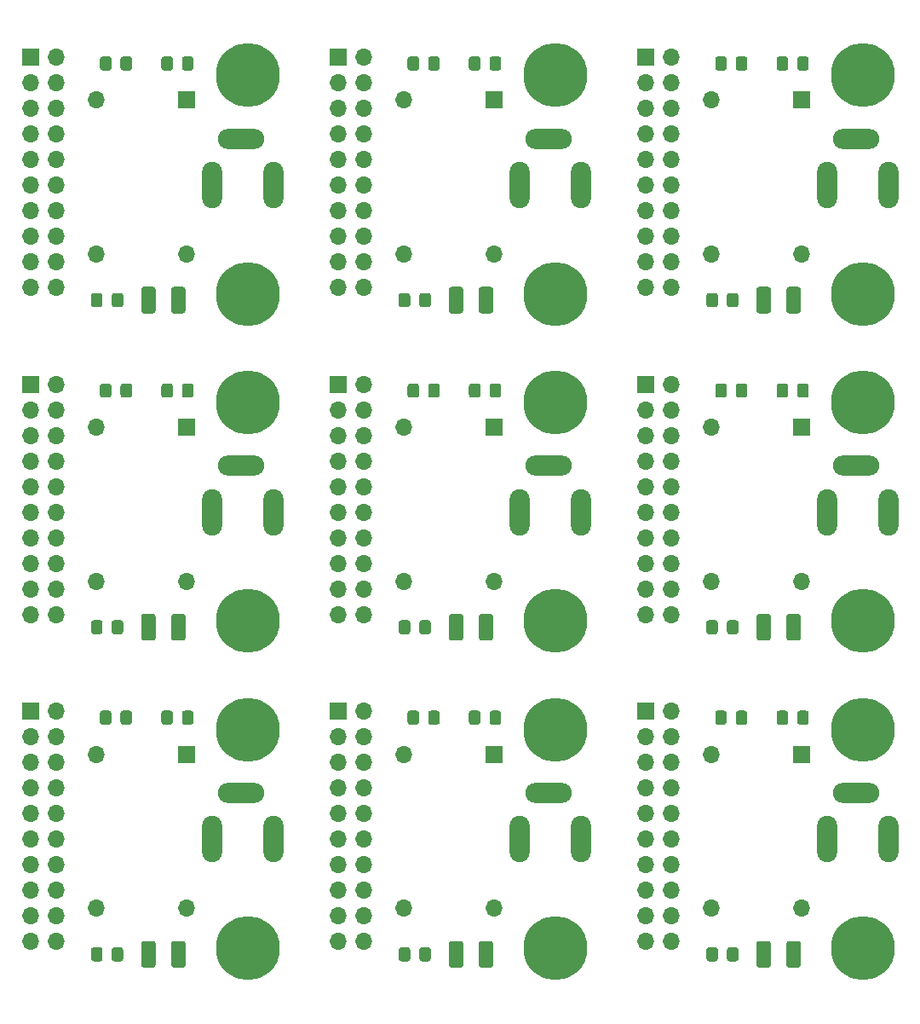
<source format=gts>
%MOIN*%
%OFA0B0*%
%FSLAX46Y46*%
%IPPOS*%
%LPD*%
%ADD10C,0.25*%
%ADD11O,0.07874015748031496X0.18110236220472439*%
%ADD12O,0.18110236220472439X0.07874015748031496*%
%ADD13R,0.066929133858267723X0.066929133858267723*%
%ADD14O,0.066929133858267723X0.066929133858267723*%
%ADD25C,0.25*%
%ADD26O,0.07874015748031496X0.18110236220472439*%
%ADD27O,0.18110236220472439X0.07874015748031496*%
%ADD28R,0.066929133858267723X0.066929133858267723*%
%ADD29O,0.066929133858267723X0.066929133858267723*%
%ADD30C,0.25*%
%ADD31O,0.07874015748031496X0.18110236220472439*%
%ADD32O,0.18110236220472439X0.07874015748031496*%
%ADD33R,0.066929133858267723X0.066929133858267723*%
%ADD34O,0.066929133858267723X0.066929133858267723*%
%ADD35C,0.25*%
%ADD36O,0.07874015748031496X0.18110236220472439*%
%ADD37O,0.18110236220472439X0.07874015748031496*%
%ADD38R,0.066929133858267723X0.066929133858267723*%
%ADD39O,0.066929133858267723X0.066929133858267723*%
%ADD40C,0.25*%
%ADD41O,0.07874015748031496X0.18110236220472439*%
%ADD42O,0.18110236220472439X0.07874015748031496*%
%ADD43R,0.066929133858267723X0.066929133858267723*%
%ADD44O,0.066929133858267723X0.066929133858267723*%
%ADD45C,0.25*%
%ADD46O,0.07874015748031496X0.18110236220472439*%
%ADD47O,0.18110236220472439X0.07874015748031496*%
%ADD48R,0.066929133858267723X0.066929133858267723*%
%ADD49O,0.066929133858267723X0.066929133858267723*%
%ADD50C,0.25*%
%ADD51O,0.07874015748031496X0.18110236220472439*%
%ADD52O,0.18110236220472439X0.07874015748031496*%
%ADD53R,0.066929133858267723X0.066929133858267723*%
%ADD54O,0.066929133858267723X0.066929133858267723*%
%ADD55C,0.25*%
%ADD56O,0.07874015748031496X0.18110236220472439*%
%ADD57O,0.18110236220472439X0.07874015748031496*%
%ADD58R,0.066929133858267723X0.066929133858267723*%
%ADD59O,0.066929133858267723X0.066929133858267723*%
%ADD60C,0.25*%
%ADD61O,0.07874015748031496X0.18110236220472439*%
%ADD62O,0.18110236220472439X0.07874015748031496*%
%ADD63R,0.066929133858267723X0.066929133858267723*%
%ADD64O,0.066929133858267723X0.066929133858267723*%
G01*
D10*
X-0003400000Y0001200000D02*
X0000949999Y0000175000D03*
X0000949999Y0001028818D03*
G36*
G01*
X0000692716Y0001057283D02*
X0000692716Y0001092716D01*
G75*
G02*
X0000702559Y0001102559I0000009842D01*
G01*
X0000728149Y0001102559D01*
G75*
G02*
X0000737992Y0001092716J-0000009842D01*
G01*
X0000737992Y0001057283D01*
G75*
G02*
X0000728149Y0001047440I-0000009842D01*
G01*
X0000702559Y0001047440D01*
G75*
G02*
X0000692716Y0001057283J0000009842D01*
G01*
G37*
G36*
G01*
X0000612007Y0001057283D02*
X0000612007Y0001092716D01*
G75*
G02*
X0000621850Y0001102559I0000009842D01*
G01*
X0000647440Y0001102559D01*
G75*
G02*
X0000657283Y0001092716J-0000009842D01*
G01*
X0000657283Y0001057283D01*
G75*
G02*
X0000647440Y0001047440I-0000009842D01*
G01*
X0000621850Y0001047440D01*
G75*
G02*
X0000612007Y0001057283J0000009842D01*
G01*
G37*
G36*
G01*
X0000417716Y0000132283D02*
X0000417716Y0000167716D01*
G75*
G02*
X0000427559Y0000177559I0000009842D01*
G01*
X0000453149Y0000177559D01*
G75*
G02*
X0000462992Y0000167716J-0000009842D01*
G01*
X0000462992Y0000132283D01*
G75*
G02*
X0000453149Y0000122440I-0000009842D01*
G01*
X0000427559Y0000122440D01*
G75*
G02*
X0000417716Y0000132283J0000009842D01*
G01*
G37*
G36*
G01*
X0000337007Y0000132283D02*
X0000337007Y0000167716D01*
G75*
G02*
X0000346850Y0000177559I0000009842D01*
G01*
X0000372440Y0000177559D01*
G75*
G02*
X0000382283Y0000167716J-0000009842D01*
G01*
X0000382283Y0000132283D01*
G75*
G02*
X0000372440Y0000122440I-0000009842D01*
G01*
X0000346850Y0000122440D01*
G75*
G02*
X0000337007Y0000132283J0000009842D01*
G01*
G37*
G36*
G01*
X0000533385Y0000107677D02*
X0000533385Y0000192322D01*
G75*
G02*
X0000543228Y0000202165I0000009842D01*
G01*
X0000579645Y0000202165D01*
G75*
G02*
X0000589488Y0000192322J-0000009842D01*
G01*
X0000589488Y0000107677D01*
G75*
G02*
X0000579645Y0000097834I-0000009842D01*
G01*
X0000543228Y0000097834D01*
G75*
G02*
X0000533385Y0000107677J0000009842D01*
G01*
G37*
G36*
G01*
X0000650511Y0000107677D02*
X0000650511Y0000192322D01*
G75*
G02*
X0000660354Y0000202165I0000009842D01*
G01*
X0000696771Y0000202165D01*
G75*
G02*
X0000706614Y0000192322J-0000009842D01*
G01*
X0000706614Y0000107677D01*
G75*
G02*
X0000696771Y0000097834I-0000009842D01*
G01*
X0000660354Y0000097834D01*
G75*
G02*
X0000650511Y0000107677J0000009842D01*
G01*
G37*
G36*
G01*
X0000371653Y0001057283D02*
X0000371653Y0001092716D01*
G75*
G02*
X0000381496Y0001102559I0000009842D01*
G01*
X0000407086Y0001102559D01*
G75*
G02*
X0000416929Y0001092716J-0000009842D01*
G01*
X0000416929Y0001057283D01*
G75*
G02*
X0000407086Y0001047440I-0000009842D01*
G01*
X0000381496Y0001047440D01*
G75*
G02*
X0000371653Y0001057283J0000009842D01*
G01*
G37*
G36*
G01*
X0000452362Y0001057283D02*
X0000452362Y0001092716D01*
G75*
G02*
X0000462204Y0001102559I0000009842D01*
G01*
X0000487795Y0001102559D01*
G75*
G02*
X0000497637Y0001092716J-0000009842D01*
G01*
X0000497637Y0001057283D01*
G75*
G02*
X0000487795Y0001047440I-0000009842D01*
G01*
X0000462204Y0001047440D01*
G75*
G02*
X0000452362Y0001057283J0000009842D01*
G01*
G37*
D11*
X0001050000Y0000600000D03*
X0000809842Y0000600000D03*
D12*
X0000924015Y0000781102D03*
D13*
X0000710629Y0000931692D03*
D14*
X0000710629Y0000329330D03*
X0000356299Y0000931692D03*
X0000356299Y0000329330D03*
D13*
X0000100000Y0001100000D03*
D14*
X0000199999Y0001100000D03*
X0000100000Y0001000000D03*
X0000199999Y0001000000D03*
X0000100000Y0000900000D03*
X0000199999Y0000900000D03*
X0000100000Y0000800000D03*
X0000199999Y0000800000D03*
X0000100000Y0000700000D03*
X0000199999Y0000700000D03*
X0000100000Y0000600000D03*
X0000199999Y0000600000D03*
X0000100000Y0000500000D03*
X0000199999Y0000500000D03*
X0000100000Y0000400000D03*
X0000199999Y0000400000D03*
X0000100000Y0000300000D03*
X0000199999Y0000300000D03*
X0000100000Y0000200000D03*
X0000199999Y0000200000D03*
G04 next file*
G04 #@! TF.GenerationSoftware,KiCad,Pcbnew,(5.1.10)-1*
G04 #@! TF.CreationDate,2021-09-23T17:15:10-04:00*
G04 #@! TF.ProjectId,MINI360,4d494e49-3336-4302-9e6b-696361645f70,X1*
G04 #@! TF.SameCoordinates,Original*
G04 #@! TF.FileFunction,Soldermask,Top*
G04 #@! TF.FilePolarity,Negative*
G04 Gerber Fmt 4.6, Leading zero omitted, Abs format (unit mm)*
G04 Created by KiCad (PCBNEW (5.1.10)-1) date 2021-09-23 17:15:10*
G01*
G04 APERTURE LIST*
G04 APERTURE END LIST*
D25*
X-0003400000Y0002478740D02*
X0000949999Y0001453740D03*
X0000949999Y0002307559D03*
G36*
G01*
X0000692716Y0002336023D02*
X0000692716Y0002371456D01*
G75*
G02*
X0000702559Y0002381299I0000009842D01*
G01*
X0000728149Y0002381299D01*
G75*
G02*
X0000737992Y0002371456J-0000009842D01*
G01*
X0000737992Y0002336023D01*
G75*
G02*
X0000728149Y0002326181I-0000009842D01*
G01*
X0000702559Y0002326181D01*
G75*
G02*
X0000692716Y0002336023J0000009842D01*
G01*
G37*
G36*
G01*
X0000612007Y0002336023D02*
X0000612007Y0002371456D01*
G75*
G02*
X0000621850Y0002381299I0000009842D01*
G01*
X0000647440Y0002381299D01*
G75*
G02*
X0000657283Y0002371456J-0000009842D01*
G01*
X0000657283Y0002336023D01*
G75*
G02*
X0000647440Y0002326181I-0000009842D01*
G01*
X0000621850Y0002326181D01*
G75*
G02*
X0000612007Y0002336023J0000009842D01*
G01*
G37*
G36*
G01*
X0000417716Y0001411023D02*
X0000417716Y0001446456D01*
G75*
G02*
X0000427559Y0001456299I0000009842D01*
G01*
X0000453149Y0001456299D01*
G75*
G02*
X0000462992Y0001446456J-0000009842D01*
G01*
X0000462992Y0001411023D01*
G75*
G02*
X0000453149Y0001401181I-0000009842D01*
G01*
X0000427559Y0001401181D01*
G75*
G02*
X0000417716Y0001411023J0000009842D01*
G01*
G37*
G36*
G01*
X0000337007Y0001411023D02*
X0000337007Y0001446456D01*
G75*
G02*
X0000346850Y0001456299I0000009842D01*
G01*
X0000372440Y0001456299D01*
G75*
G02*
X0000382283Y0001446456J-0000009842D01*
G01*
X0000382283Y0001411023D01*
G75*
G02*
X0000372440Y0001401181I-0000009842D01*
G01*
X0000346850Y0001401181D01*
G75*
G02*
X0000337007Y0001411023J0000009842D01*
G01*
G37*
G36*
G01*
X0000533385Y0001386417D02*
X0000533385Y0001471062D01*
G75*
G02*
X0000543228Y0001480905I0000009842D01*
G01*
X0000579645Y0001480905D01*
G75*
G02*
X0000589488Y0001471062J-0000009842D01*
G01*
X0000589488Y0001386417D01*
G75*
G02*
X0000579645Y0001376574I-0000009842D01*
G01*
X0000543228Y0001376574D01*
G75*
G02*
X0000533385Y0001386417J0000009842D01*
G01*
G37*
G36*
G01*
X0000650511Y0001386417D02*
X0000650511Y0001471062D01*
G75*
G02*
X0000660354Y0001480905I0000009842D01*
G01*
X0000696771Y0001480905D01*
G75*
G02*
X0000706614Y0001471062J-0000009842D01*
G01*
X0000706614Y0001386417D01*
G75*
G02*
X0000696771Y0001376574I-0000009842D01*
G01*
X0000660354Y0001376574D01*
G75*
G02*
X0000650511Y0001386417J0000009842D01*
G01*
G37*
G36*
G01*
X0000371653Y0002336023D02*
X0000371653Y0002371456D01*
G75*
G02*
X0000381496Y0002381299I0000009842D01*
G01*
X0000407086Y0002381299D01*
G75*
G02*
X0000416929Y0002371456J-0000009842D01*
G01*
X0000416929Y0002336023D01*
G75*
G02*
X0000407086Y0002326181I-0000009842D01*
G01*
X0000381496Y0002326181D01*
G75*
G02*
X0000371653Y0002336023J0000009842D01*
G01*
G37*
G36*
G01*
X0000452362Y0002336023D02*
X0000452362Y0002371456D01*
G75*
G02*
X0000462204Y0002381299I0000009842D01*
G01*
X0000487795Y0002381299D01*
G75*
G02*
X0000497637Y0002371456J-0000009842D01*
G01*
X0000497637Y0002336023D01*
G75*
G02*
X0000487795Y0002326181I-0000009842D01*
G01*
X0000462204Y0002326181D01*
G75*
G02*
X0000452362Y0002336023J0000009842D01*
G01*
G37*
D26*
X0001050000Y0001878740D03*
X0000809842Y0001878740D03*
D27*
X0000924015Y0002059842D03*
D28*
X0000710629Y0002210433D03*
D29*
X0000710629Y0001608070D03*
X0000356299Y0002210433D03*
X0000356299Y0001608070D03*
D28*
X0000100000Y0002378740D03*
D29*
X0000199999Y0002378740D03*
X0000100000Y0002278740D03*
X0000199999Y0002278740D03*
X0000100000Y0002178740D03*
X0000199999Y0002178740D03*
X0000100000Y0002078740D03*
X0000199999Y0002078740D03*
X0000100000Y0001978740D03*
X0000199999Y0001978740D03*
X0000100000Y0001878740D03*
X0000199999Y0001878740D03*
X0000100000Y0001778740D03*
X0000199999Y0001778740D03*
X0000100000Y0001678740D03*
X0000199999Y0001678740D03*
X0000100000Y0001578740D03*
X0000199999Y0001578740D03*
X0000100000Y0001478740D03*
X0000199999Y0001478740D03*
G04 next file*
G04 #@! TF.GenerationSoftware,KiCad,Pcbnew,(5.1.10)-1*
G04 #@! TF.CreationDate,2021-09-23T17:15:10-04:00*
G04 #@! TF.ProjectId,MINI360,4d494e49-3336-4302-9e6b-696361645f70,X1*
G04 #@! TF.SameCoordinates,Original*
G04 #@! TF.FileFunction,Soldermask,Top*
G04 #@! TF.FilePolarity,Negative*
G04 Gerber Fmt 4.6, Leading zero omitted, Abs format (unit mm)*
G04 Created by KiCad (PCBNEW (5.1.10)-1) date 2021-09-23 17:15:10*
G01*
G04 APERTURE LIST*
G04 APERTURE END LIST*
D30*
X-0003400000Y0003757480D02*
X0000949999Y0002732480D03*
X0000949999Y0003586299D03*
G36*
G01*
X0000692716Y0003614763D02*
X0000692716Y0003650196D01*
G75*
G02*
X0000702559Y0003660039I0000009842D01*
G01*
X0000728149Y0003660039D01*
G75*
G02*
X0000737992Y0003650196J-0000009842D01*
G01*
X0000737992Y0003614763D01*
G75*
G02*
X0000728149Y0003604921I-0000009842D01*
G01*
X0000702559Y0003604921D01*
G75*
G02*
X0000692716Y0003614763J0000009842D01*
G01*
G37*
G36*
G01*
X0000612007Y0003614763D02*
X0000612007Y0003650196D01*
G75*
G02*
X0000621850Y0003660039I0000009842D01*
G01*
X0000647440Y0003660039D01*
G75*
G02*
X0000657283Y0003650196J-0000009842D01*
G01*
X0000657283Y0003614763D01*
G75*
G02*
X0000647440Y0003604921I-0000009842D01*
G01*
X0000621850Y0003604921D01*
G75*
G02*
X0000612007Y0003614763J0000009842D01*
G01*
G37*
G36*
G01*
X0000417716Y0002689763D02*
X0000417716Y0002725196D01*
G75*
G02*
X0000427559Y0002735039I0000009842D01*
G01*
X0000453149Y0002735039D01*
G75*
G02*
X0000462992Y0002725196J-0000009842D01*
G01*
X0000462992Y0002689763D01*
G75*
G02*
X0000453149Y0002679921I-0000009842D01*
G01*
X0000427559Y0002679921D01*
G75*
G02*
X0000417716Y0002689763J0000009842D01*
G01*
G37*
G36*
G01*
X0000337007Y0002689763D02*
X0000337007Y0002725196D01*
G75*
G02*
X0000346850Y0002735039I0000009842D01*
G01*
X0000372440Y0002735039D01*
G75*
G02*
X0000382283Y0002725196J-0000009842D01*
G01*
X0000382283Y0002689763D01*
G75*
G02*
X0000372440Y0002679921I-0000009842D01*
G01*
X0000346850Y0002679921D01*
G75*
G02*
X0000337007Y0002689763J0000009842D01*
G01*
G37*
G36*
G01*
X0000533385Y0002665157D02*
X0000533385Y0002749803D01*
G75*
G02*
X0000543228Y0002759645I0000009842D01*
G01*
X0000579645Y0002759645D01*
G75*
G02*
X0000589488Y0002749803J-0000009842D01*
G01*
X0000589488Y0002665157D01*
G75*
G02*
X0000579645Y0002655314I-0000009842D01*
G01*
X0000543228Y0002655314D01*
G75*
G02*
X0000533385Y0002665157J0000009842D01*
G01*
G37*
G36*
G01*
X0000650511Y0002665157D02*
X0000650511Y0002749803D01*
G75*
G02*
X0000660354Y0002759645I0000009842D01*
G01*
X0000696771Y0002759645D01*
G75*
G02*
X0000706614Y0002749803J-0000009842D01*
G01*
X0000706614Y0002665157D01*
G75*
G02*
X0000696771Y0002655314I-0000009842D01*
G01*
X0000660354Y0002655314D01*
G75*
G02*
X0000650511Y0002665157J0000009842D01*
G01*
G37*
G36*
G01*
X0000371653Y0003614763D02*
X0000371653Y0003650196D01*
G75*
G02*
X0000381496Y0003660039I0000009842D01*
G01*
X0000407086Y0003660039D01*
G75*
G02*
X0000416929Y0003650196J-0000009842D01*
G01*
X0000416929Y0003614763D01*
G75*
G02*
X0000407086Y0003604921I-0000009842D01*
G01*
X0000381496Y0003604921D01*
G75*
G02*
X0000371653Y0003614763J0000009842D01*
G01*
G37*
G36*
G01*
X0000452362Y0003614763D02*
X0000452362Y0003650196D01*
G75*
G02*
X0000462204Y0003660039I0000009842D01*
G01*
X0000487795Y0003660039D01*
G75*
G02*
X0000497637Y0003650196J-0000009842D01*
G01*
X0000497637Y0003614763D01*
G75*
G02*
X0000487795Y0003604921I-0000009842D01*
G01*
X0000462204Y0003604921D01*
G75*
G02*
X0000452362Y0003614763J0000009842D01*
G01*
G37*
D31*
X0001050000Y0003157480D03*
X0000809842Y0003157480D03*
D32*
X0000924015Y0003338582D03*
D33*
X0000710629Y0003489173D03*
D34*
X0000710629Y0002886811D03*
X0000356299Y0003489173D03*
X0000356299Y0002886811D03*
D33*
X0000100000Y0003657480D03*
D34*
X0000199999Y0003657480D03*
X0000100000Y0003557480D03*
X0000199999Y0003557480D03*
X0000100000Y0003457480D03*
X0000199999Y0003457480D03*
X0000100000Y0003357480D03*
X0000199999Y0003357480D03*
X0000100000Y0003257480D03*
X0000199999Y0003257480D03*
X0000100000Y0003157480D03*
X0000199999Y0003157480D03*
X0000100000Y0003057480D03*
X0000199999Y0003057480D03*
X0000100000Y0002957480D03*
X0000199999Y0002957480D03*
X0000100000Y0002857480D03*
X0000199999Y0002857480D03*
X0000100000Y0002757480D03*
X0000199999Y0002757480D03*
G04 next file*
G04 #@! TF.GenerationSoftware,KiCad,Pcbnew,(5.1.10)-1*
G04 #@! TF.CreationDate,2021-09-23T17:15:10-04:00*
G04 #@! TF.ProjectId,MINI360,4d494e49-3336-4302-9e6b-696361645f70,X1*
G04 #@! TF.SameCoordinates,Original*
G04 #@! TF.FileFunction,Soldermask,Top*
G04 #@! TF.FilePolarity,Negative*
G04 Gerber Fmt 4.6, Leading zero omitted, Abs format (unit mm)*
G04 Created by KiCad (PCBNEW (5.1.10)-1) date 2021-09-23 17:15:10*
G01*
G04 APERTURE LIST*
G04 APERTURE END LIST*
D35*
X-0002196259Y0001200000D02*
X0002153740Y0000175000D03*
X0002153740Y0001028818D03*
G36*
G01*
X0001896456Y0001057283D02*
X0001896456Y0001092716D01*
G75*
G02*
X0001906299Y0001102559I0000009842D01*
G01*
X0001931889Y0001102559D01*
G75*
G02*
X0001941732Y0001092716J-0000009842D01*
G01*
X0001941732Y0001057283D01*
G75*
G02*
X0001931889Y0001047440I-0000009842D01*
G01*
X0001906299Y0001047440D01*
G75*
G02*
X0001896456Y0001057283J0000009842D01*
G01*
G37*
G36*
G01*
X0001815748Y0001057283D02*
X0001815748Y0001092716D01*
G75*
G02*
X0001825590Y0001102559I0000009842D01*
G01*
X0001851181Y0001102559D01*
G75*
G02*
X0001861023Y0001092716J-0000009842D01*
G01*
X0001861023Y0001057283D01*
G75*
G02*
X0001851181Y0001047440I-0000009842D01*
G01*
X0001825590Y0001047440D01*
G75*
G02*
X0001815748Y0001057283J0000009842D01*
G01*
G37*
G36*
G01*
X0001621456Y0000132283D02*
X0001621456Y0000167716D01*
G75*
G02*
X0001631299Y0000177559I0000009842D01*
G01*
X0001656889Y0000177559D01*
G75*
G02*
X0001666732Y0000167716J-0000009842D01*
G01*
X0001666732Y0000132283D01*
G75*
G02*
X0001656889Y0000122440I-0000009842D01*
G01*
X0001631299Y0000122440D01*
G75*
G02*
X0001621456Y0000132283J0000009842D01*
G01*
G37*
G36*
G01*
X0001540748Y0000132283D02*
X0001540748Y0000167716D01*
G75*
G02*
X0001550590Y0000177559I0000009842D01*
G01*
X0001576181Y0000177559D01*
G75*
G02*
X0001586023Y0000167716J-0000009842D01*
G01*
X0001586023Y0000132283D01*
G75*
G02*
X0001576181Y0000122440I-0000009842D01*
G01*
X0001550590Y0000122440D01*
G75*
G02*
X0001540748Y0000132283J0000009842D01*
G01*
G37*
G36*
G01*
X0001737125Y0000107677D02*
X0001737125Y0000192322D01*
G75*
G02*
X0001746968Y0000202165I0000009842D01*
G01*
X0001783385Y0000202165D01*
G75*
G02*
X0001793228Y0000192322J-0000009842D01*
G01*
X0001793228Y0000107677D01*
G75*
G02*
X0001783385Y0000097834I-0000009842D01*
G01*
X0001746968Y0000097834D01*
G75*
G02*
X0001737125Y0000107677J0000009842D01*
G01*
G37*
G36*
G01*
X0001854251Y0000107677D02*
X0001854251Y0000192322D01*
G75*
G02*
X0001864094Y0000202165I0000009842D01*
G01*
X0001900511Y0000202165D01*
G75*
G02*
X0001910354Y0000192322J-0000009842D01*
G01*
X0001910354Y0000107677D01*
G75*
G02*
X0001900511Y0000097834I-0000009842D01*
G01*
X0001864094Y0000097834D01*
G75*
G02*
X0001854251Y0000107677J0000009842D01*
G01*
G37*
G36*
G01*
X0001575393Y0001057283D02*
X0001575393Y0001092716D01*
G75*
G02*
X0001585236Y0001102559I0000009842D01*
G01*
X0001610826Y0001102559D01*
G75*
G02*
X0001620669Y0001092716J-0000009842D01*
G01*
X0001620669Y0001057283D01*
G75*
G02*
X0001610826Y0001047440I-0000009842D01*
G01*
X0001585236Y0001047440D01*
G75*
G02*
X0001575393Y0001057283J0000009842D01*
G01*
G37*
G36*
G01*
X0001656102Y0001057283D02*
X0001656102Y0001092716D01*
G75*
G02*
X0001665944Y0001102559I0000009842D01*
G01*
X0001691535Y0001102559D01*
G75*
G02*
X0001701377Y0001092716J-0000009842D01*
G01*
X0001701377Y0001057283D01*
G75*
G02*
X0001691535Y0001047440I-0000009842D01*
G01*
X0001665944Y0001047440D01*
G75*
G02*
X0001656102Y0001057283J0000009842D01*
G01*
G37*
D36*
X0002253740Y0000600000D03*
X0002013582Y0000600000D03*
D37*
X0002127755Y0000781102D03*
D38*
X0001914370Y0000931692D03*
D39*
X0001914370Y0000329330D03*
X0001560039Y0000931692D03*
X0001560039Y0000329330D03*
D38*
X0001303740Y0001100000D03*
D39*
X0001403740Y0001100000D03*
X0001303740Y0001000000D03*
X0001403740Y0001000000D03*
X0001303740Y0000900000D03*
X0001403740Y0000900000D03*
X0001303740Y0000800000D03*
X0001403740Y0000800000D03*
X0001303740Y0000700000D03*
X0001403740Y0000700000D03*
X0001303740Y0000600000D03*
X0001403740Y0000600000D03*
X0001303740Y0000500000D03*
X0001403740Y0000500000D03*
X0001303740Y0000400000D03*
X0001403740Y0000400000D03*
X0001303740Y0000300000D03*
X0001403740Y0000300000D03*
X0001303740Y0000200000D03*
X0001403740Y0000200000D03*
G04 next file*
G04 #@! TF.GenerationSoftware,KiCad,Pcbnew,(5.1.10)-1*
G04 #@! TF.CreationDate,2021-09-23T17:15:10-04:00*
G04 #@! TF.ProjectId,MINI360,4d494e49-3336-4302-9e6b-696361645f70,X1*
G04 #@! TF.SameCoordinates,Original*
G04 #@! TF.FileFunction,Soldermask,Top*
G04 #@! TF.FilePolarity,Negative*
G04 Gerber Fmt 4.6, Leading zero omitted, Abs format (unit mm)*
G04 Created by KiCad (PCBNEW (5.1.10)-1) date 2021-09-23 17:15:10*
G01*
G04 APERTURE LIST*
G04 APERTURE END LIST*
D40*
X-0000992519Y0001200000D02*
X0003357480Y0000175000D03*
X0003357480Y0001028818D03*
G36*
G01*
X0003100196Y0001057283D02*
X0003100196Y0001092716D01*
G75*
G02*
X0003110039Y0001102559I0000009842D01*
G01*
X0003135629Y0001102559D01*
G75*
G02*
X0003145472Y0001092716J-0000009842D01*
G01*
X0003145472Y0001057283D01*
G75*
G02*
X0003135629Y0001047440I-0000009842D01*
G01*
X0003110039Y0001047440D01*
G75*
G02*
X0003100196Y0001057283J0000009842D01*
G01*
G37*
G36*
G01*
X0003019488Y0001057283D02*
X0003019488Y0001092716D01*
G75*
G02*
X0003029330Y0001102559I0000009842D01*
G01*
X0003054921Y0001102559D01*
G75*
G02*
X0003064763Y0001092716J-0000009842D01*
G01*
X0003064763Y0001057283D01*
G75*
G02*
X0003054921Y0001047440I-0000009842D01*
G01*
X0003029330Y0001047440D01*
G75*
G02*
X0003019488Y0001057283J0000009842D01*
G01*
G37*
G36*
G01*
X0002825196Y0000132283D02*
X0002825196Y0000167716D01*
G75*
G02*
X0002835039Y0000177559I0000009842D01*
G01*
X0002860629Y0000177559D01*
G75*
G02*
X0002870472Y0000167716J-0000009842D01*
G01*
X0002870472Y0000132283D01*
G75*
G02*
X0002860629Y0000122440I-0000009842D01*
G01*
X0002835039Y0000122440D01*
G75*
G02*
X0002825196Y0000132283J0000009842D01*
G01*
G37*
G36*
G01*
X0002744488Y0000132283D02*
X0002744488Y0000167716D01*
G75*
G02*
X0002754330Y0000177559I0000009842D01*
G01*
X0002779921Y0000177559D01*
G75*
G02*
X0002789763Y0000167716J-0000009842D01*
G01*
X0002789763Y0000132283D01*
G75*
G02*
X0002779921Y0000122440I-0000009842D01*
G01*
X0002754330Y0000122440D01*
G75*
G02*
X0002744488Y0000132283J0000009842D01*
G01*
G37*
G36*
G01*
X0002940866Y0000107677D02*
X0002940866Y0000192322D01*
G75*
G02*
X0002950708Y0000202165I0000009842D01*
G01*
X0002987125Y0000202165D01*
G75*
G02*
X0002996968Y0000192322J-0000009842D01*
G01*
X0002996968Y0000107677D01*
G75*
G02*
X0002987125Y0000097834I-0000009842D01*
G01*
X0002950708Y0000097834D01*
G75*
G02*
X0002940866Y0000107677J0000009842D01*
G01*
G37*
G36*
G01*
X0003057992Y0000107677D02*
X0003057992Y0000192322D01*
G75*
G02*
X0003067834Y0000202165I0000009842D01*
G01*
X0003104251Y0000202165D01*
G75*
G02*
X0003114094Y0000192322J-0000009842D01*
G01*
X0003114094Y0000107677D01*
G75*
G02*
X0003104251Y0000097834I-0000009842D01*
G01*
X0003067834Y0000097834D01*
G75*
G02*
X0003057992Y0000107677J0000009842D01*
G01*
G37*
G36*
G01*
X0002779133Y0001057283D02*
X0002779133Y0001092716D01*
G75*
G02*
X0002788976Y0001102559I0000009842D01*
G01*
X0002814566Y0001102559D01*
G75*
G02*
X0002824409Y0001092716J-0000009842D01*
G01*
X0002824409Y0001057283D01*
G75*
G02*
X0002814566Y0001047440I-0000009842D01*
G01*
X0002788976Y0001047440D01*
G75*
G02*
X0002779133Y0001057283J0000009842D01*
G01*
G37*
G36*
G01*
X0002859842Y0001057283D02*
X0002859842Y0001092716D01*
G75*
G02*
X0002869685Y0001102559I0000009842D01*
G01*
X0002895275Y0001102559D01*
G75*
G02*
X0002905118Y0001092716J-0000009842D01*
G01*
X0002905118Y0001057283D01*
G75*
G02*
X0002895275Y0001047440I-0000009842D01*
G01*
X0002869685Y0001047440D01*
G75*
G02*
X0002859842Y0001057283J0000009842D01*
G01*
G37*
D41*
X0003457480Y0000600000D03*
X0003217322Y0000600000D03*
D42*
X0003331496Y0000781102D03*
D43*
X0003118110Y0000931692D03*
D44*
X0003118110Y0000329330D03*
X0002763779Y0000931692D03*
X0002763779Y0000329330D03*
D43*
X0002507480Y0001100000D03*
D44*
X0002607480Y0001100000D03*
X0002507480Y0001000000D03*
X0002607480Y0001000000D03*
X0002507480Y0000900000D03*
X0002607480Y0000900000D03*
X0002507480Y0000800000D03*
X0002607480Y0000800000D03*
X0002507480Y0000700000D03*
X0002607480Y0000700000D03*
X0002507480Y0000600000D03*
X0002607480Y0000600000D03*
X0002507480Y0000500000D03*
X0002607480Y0000500000D03*
X0002507480Y0000400000D03*
X0002607480Y0000400000D03*
X0002507480Y0000300000D03*
X0002607480Y0000300000D03*
X0002507480Y0000200000D03*
X0002607480Y0000200000D03*
G04 next file*
G04 #@! TF.GenerationSoftware,KiCad,Pcbnew,(5.1.10)-1*
G04 #@! TF.CreationDate,2021-09-23T17:15:10-04:00*
G04 #@! TF.ProjectId,MINI360,4d494e49-3336-4302-9e6b-696361645f70,X1*
G04 #@! TF.SameCoordinates,Original*
G04 #@! TF.FileFunction,Soldermask,Top*
G04 #@! TF.FilePolarity,Negative*
G04 Gerber Fmt 4.6, Leading zero omitted, Abs format (unit mm)*
G04 Created by KiCad (PCBNEW (5.1.10)-1) date 2021-09-23 17:15:10*
G01*
G04 APERTURE LIST*
G04 APERTURE END LIST*
D45*
X-0002196259Y0002478740D02*
X0002153740Y0001453740D03*
X0002153740Y0002307559D03*
G36*
G01*
X0001896456Y0002336023D02*
X0001896456Y0002371456D01*
G75*
G02*
X0001906299Y0002381299I0000009842D01*
G01*
X0001931889Y0002381299D01*
G75*
G02*
X0001941732Y0002371456J-0000009842D01*
G01*
X0001941732Y0002336023D01*
G75*
G02*
X0001931889Y0002326181I-0000009842D01*
G01*
X0001906299Y0002326181D01*
G75*
G02*
X0001896456Y0002336023J0000009842D01*
G01*
G37*
G36*
G01*
X0001815748Y0002336023D02*
X0001815748Y0002371456D01*
G75*
G02*
X0001825590Y0002381299I0000009842D01*
G01*
X0001851181Y0002381299D01*
G75*
G02*
X0001861023Y0002371456J-0000009842D01*
G01*
X0001861023Y0002336023D01*
G75*
G02*
X0001851181Y0002326181I-0000009842D01*
G01*
X0001825590Y0002326181D01*
G75*
G02*
X0001815748Y0002336023J0000009842D01*
G01*
G37*
G36*
G01*
X0001621456Y0001411023D02*
X0001621456Y0001446456D01*
G75*
G02*
X0001631299Y0001456299I0000009842D01*
G01*
X0001656889Y0001456299D01*
G75*
G02*
X0001666732Y0001446456J-0000009842D01*
G01*
X0001666732Y0001411023D01*
G75*
G02*
X0001656889Y0001401181I-0000009842D01*
G01*
X0001631299Y0001401181D01*
G75*
G02*
X0001621456Y0001411023J0000009842D01*
G01*
G37*
G36*
G01*
X0001540748Y0001411023D02*
X0001540748Y0001446456D01*
G75*
G02*
X0001550590Y0001456299I0000009842D01*
G01*
X0001576181Y0001456299D01*
G75*
G02*
X0001586023Y0001446456J-0000009842D01*
G01*
X0001586023Y0001411023D01*
G75*
G02*
X0001576181Y0001401181I-0000009842D01*
G01*
X0001550590Y0001401181D01*
G75*
G02*
X0001540748Y0001411023J0000009842D01*
G01*
G37*
G36*
G01*
X0001737125Y0001386417D02*
X0001737125Y0001471062D01*
G75*
G02*
X0001746968Y0001480905I0000009842D01*
G01*
X0001783385Y0001480905D01*
G75*
G02*
X0001793228Y0001471062J-0000009842D01*
G01*
X0001793228Y0001386417D01*
G75*
G02*
X0001783385Y0001376574I-0000009842D01*
G01*
X0001746968Y0001376574D01*
G75*
G02*
X0001737125Y0001386417J0000009842D01*
G01*
G37*
G36*
G01*
X0001854251Y0001386417D02*
X0001854251Y0001471062D01*
G75*
G02*
X0001864094Y0001480905I0000009842D01*
G01*
X0001900511Y0001480905D01*
G75*
G02*
X0001910354Y0001471062J-0000009842D01*
G01*
X0001910354Y0001386417D01*
G75*
G02*
X0001900511Y0001376574I-0000009842D01*
G01*
X0001864094Y0001376574D01*
G75*
G02*
X0001854251Y0001386417J0000009842D01*
G01*
G37*
G36*
G01*
X0001575393Y0002336023D02*
X0001575393Y0002371456D01*
G75*
G02*
X0001585236Y0002381299I0000009842D01*
G01*
X0001610826Y0002381299D01*
G75*
G02*
X0001620669Y0002371456J-0000009842D01*
G01*
X0001620669Y0002336023D01*
G75*
G02*
X0001610826Y0002326181I-0000009842D01*
G01*
X0001585236Y0002326181D01*
G75*
G02*
X0001575393Y0002336023J0000009842D01*
G01*
G37*
G36*
G01*
X0001656102Y0002336023D02*
X0001656102Y0002371456D01*
G75*
G02*
X0001665944Y0002381299I0000009842D01*
G01*
X0001691535Y0002381299D01*
G75*
G02*
X0001701377Y0002371456J-0000009842D01*
G01*
X0001701377Y0002336023D01*
G75*
G02*
X0001691535Y0002326181I-0000009842D01*
G01*
X0001665944Y0002326181D01*
G75*
G02*
X0001656102Y0002336023J0000009842D01*
G01*
G37*
D46*
X0002253740Y0001878740D03*
X0002013582Y0001878740D03*
D47*
X0002127755Y0002059842D03*
D48*
X0001914370Y0002210433D03*
D49*
X0001914370Y0001608070D03*
X0001560039Y0002210433D03*
X0001560039Y0001608070D03*
D48*
X0001303740Y0002378740D03*
D49*
X0001403740Y0002378740D03*
X0001303740Y0002278740D03*
X0001403740Y0002278740D03*
X0001303740Y0002178740D03*
X0001403740Y0002178740D03*
X0001303740Y0002078740D03*
X0001403740Y0002078740D03*
X0001303740Y0001978740D03*
X0001403740Y0001978740D03*
X0001303740Y0001878740D03*
X0001403740Y0001878740D03*
X0001303740Y0001778740D03*
X0001403740Y0001778740D03*
X0001303740Y0001678740D03*
X0001403740Y0001678740D03*
X0001303740Y0001578740D03*
X0001403740Y0001578740D03*
X0001303740Y0001478740D03*
X0001403740Y0001478740D03*
G04 next file*
G04 #@! TF.GenerationSoftware,KiCad,Pcbnew,(5.1.10)-1*
G04 #@! TF.CreationDate,2021-09-23T17:15:10-04:00*
G04 #@! TF.ProjectId,MINI360,4d494e49-3336-4302-9e6b-696361645f70,X1*
G04 #@! TF.SameCoordinates,Original*
G04 #@! TF.FileFunction,Soldermask,Top*
G04 #@! TF.FilePolarity,Negative*
G04 Gerber Fmt 4.6, Leading zero omitted, Abs format (unit mm)*
G04 Created by KiCad (PCBNEW (5.1.10)-1) date 2021-09-23 17:15:10*
G01*
G04 APERTURE LIST*
G04 APERTURE END LIST*
D50*
X-0002196259Y0003757480D02*
X0002153740Y0002732480D03*
X0002153740Y0003586299D03*
G36*
G01*
X0001896456Y0003614763D02*
X0001896456Y0003650196D01*
G75*
G02*
X0001906299Y0003660039I0000009842D01*
G01*
X0001931889Y0003660039D01*
G75*
G02*
X0001941732Y0003650196J-0000009842D01*
G01*
X0001941732Y0003614763D01*
G75*
G02*
X0001931889Y0003604921I-0000009842D01*
G01*
X0001906299Y0003604921D01*
G75*
G02*
X0001896456Y0003614763J0000009842D01*
G01*
G37*
G36*
G01*
X0001815748Y0003614763D02*
X0001815748Y0003650196D01*
G75*
G02*
X0001825590Y0003660039I0000009842D01*
G01*
X0001851181Y0003660039D01*
G75*
G02*
X0001861023Y0003650196J-0000009842D01*
G01*
X0001861023Y0003614763D01*
G75*
G02*
X0001851181Y0003604921I-0000009842D01*
G01*
X0001825590Y0003604921D01*
G75*
G02*
X0001815748Y0003614763J0000009842D01*
G01*
G37*
G36*
G01*
X0001621456Y0002689763D02*
X0001621456Y0002725196D01*
G75*
G02*
X0001631299Y0002735039I0000009842D01*
G01*
X0001656889Y0002735039D01*
G75*
G02*
X0001666732Y0002725196J-0000009842D01*
G01*
X0001666732Y0002689763D01*
G75*
G02*
X0001656889Y0002679921I-0000009842D01*
G01*
X0001631299Y0002679921D01*
G75*
G02*
X0001621456Y0002689763J0000009842D01*
G01*
G37*
G36*
G01*
X0001540748Y0002689763D02*
X0001540748Y0002725196D01*
G75*
G02*
X0001550590Y0002735039I0000009842D01*
G01*
X0001576181Y0002735039D01*
G75*
G02*
X0001586023Y0002725196J-0000009842D01*
G01*
X0001586023Y0002689763D01*
G75*
G02*
X0001576181Y0002679921I-0000009842D01*
G01*
X0001550590Y0002679921D01*
G75*
G02*
X0001540748Y0002689763J0000009842D01*
G01*
G37*
G36*
G01*
X0001737125Y0002665157D02*
X0001737125Y0002749803D01*
G75*
G02*
X0001746968Y0002759645I0000009842D01*
G01*
X0001783385Y0002759645D01*
G75*
G02*
X0001793228Y0002749803J-0000009842D01*
G01*
X0001793228Y0002665157D01*
G75*
G02*
X0001783385Y0002655314I-0000009842D01*
G01*
X0001746968Y0002655314D01*
G75*
G02*
X0001737125Y0002665157J0000009842D01*
G01*
G37*
G36*
G01*
X0001854251Y0002665157D02*
X0001854251Y0002749803D01*
G75*
G02*
X0001864094Y0002759645I0000009842D01*
G01*
X0001900511Y0002759645D01*
G75*
G02*
X0001910354Y0002749803J-0000009842D01*
G01*
X0001910354Y0002665157D01*
G75*
G02*
X0001900511Y0002655314I-0000009842D01*
G01*
X0001864094Y0002655314D01*
G75*
G02*
X0001854251Y0002665157J0000009842D01*
G01*
G37*
G36*
G01*
X0001575393Y0003614763D02*
X0001575393Y0003650196D01*
G75*
G02*
X0001585236Y0003660039I0000009842D01*
G01*
X0001610826Y0003660039D01*
G75*
G02*
X0001620669Y0003650196J-0000009842D01*
G01*
X0001620669Y0003614763D01*
G75*
G02*
X0001610826Y0003604921I-0000009842D01*
G01*
X0001585236Y0003604921D01*
G75*
G02*
X0001575393Y0003614763J0000009842D01*
G01*
G37*
G36*
G01*
X0001656102Y0003614763D02*
X0001656102Y0003650196D01*
G75*
G02*
X0001665944Y0003660039I0000009842D01*
G01*
X0001691535Y0003660039D01*
G75*
G02*
X0001701377Y0003650196J-0000009842D01*
G01*
X0001701377Y0003614763D01*
G75*
G02*
X0001691535Y0003604921I-0000009842D01*
G01*
X0001665944Y0003604921D01*
G75*
G02*
X0001656102Y0003614763J0000009842D01*
G01*
G37*
D51*
X0002253740Y0003157480D03*
X0002013582Y0003157480D03*
D52*
X0002127755Y0003338582D03*
D53*
X0001914370Y0003489173D03*
D54*
X0001914370Y0002886811D03*
X0001560039Y0003489173D03*
X0001560039Y0002886811D03*
D53*
X0001303740Y0003657480D03*
D54*
X0001403740Y0003657480D03*
X0001303740Y0003557480D03*
X0001403740Y0003557480D03*
X0001303740Y0003457480D03*
X0001403740Y0003457480D03*
X0001303740Y0003357480D03*
X0001403740Y0003357480D03*
X0001303740Y0003257480D03*
X0001403740Y0003257480D03*
X0001303740Y0003157480D03*
X0001403740Y0003157480D03*
X0001303740Y0003057480D03*
X0001403740Y0003057480D03*
X0001303740Y0002957480D03*
X0001403740Y0002957480D03*
X0001303740Y0002857480D03*
X0001403740Y0002857480D03*
X0001303740Y0002757480D03*
X0001403740Y0002757480D03*
G04 next file*
G04 #@! TF.GenerationSoftware,KiCad,Pcbnew,(5.1.10)-1*
G04 #@! TF.CreationDate,2021-09-23T17:15:10-04:00*
G04 #@! TF.ProjectId,MINI360,4d494e49-3336-4302-9e6b-696361645f70,X1*
G04 #@! TF.SameCoordinates,Original*
G04 #@! TF.FileFunction,Soldermask,Top*
G04 #@! TF.FilePolarity,Negative*
G04 Gerber Fmt 4.6, Leading zero omitted, Abs format (unit mm)*
G04 Created by KiCad (PCBNEW (5.1.10)-1) date 2021-09-23 17:15:10*
G01*
G04 APERTURE LIST*
G04 APERTURE END LIST*
D55*
X-0000992519Y0002478740D02*
X0003357480Y0001453740D03*
X0003357480Y0002307559D03*
G36*
G01*
X0003100196Y0002336023D02*
X0003100196Y0002371456D01*
G75*
G02*
X0003110039Y0002381299I0000009842D01*
G01*
X0003135629Y0002381299D01*
G75*
G02*
X0003145472Y0002371456J-0000009842D01*
G01*
X0003145472Y0002336023D01*
G75*
G02*
X0003135629Y0002326181I-0000009842D01*
G01*
X0003110039Y0002326181D01*
G75*
G02*
X0003100196Y0002336023J0000009842D01*
G01*
G37*
G36*
G01*
X0003019488Y0002336023D02*
X0003019488Y0002371456D01*
G75*
G02*
X0003029330Y0002381299I0000009842D01*
G01*
X0003054921Y0002381299D01*
G75*
G02*
X0003064763Y0002371456J-0000009842D01*
G01*
X0003064763Y0002336023D01*
G75*
G02*
X0003054921Y0002326181I-0000009842D01*
G01*
X0003029330Y0002326181D01*
G75*
G02*
X0003019488Y0002336023J0000009842D01*
G01*
G37*
G36*
G01*
X0002825196Y0001411023D02*
X0002825196Y0001446456D01*
G75*
G02*
X0002835039Y0001456299I0000009842D01*
G01*
X0002860629Y0001456299D01*
G75*
G02*
X0002870472Y0001446456J-0000009842D01*
G01*
X0002870472Y0001411023D01*
G75*
G02*
X0002860629Y0001401181I-0000009842D01*
G01*
X0002835039Y0001401181D01*
G75*
G02*
X0002825196Y0001411023J0000009842D01*
G01*
G37*
G36*
G01*
X0002744488Y0001411023D02*
X0002744488Y0001446456D01*
G75*
G02*
X0002754330Y0001456299I0000009842D01*
G01*
X0002779921Y0001456299D01*
G75*
G02*
X0002789763Y0001446456J-0000009842D01*
G01*
X0002789763Y0001411023D01*
G75*
G02*
X0002779921Y0001401181I-0000009842D01*
G01*
X0002754330Y0001401181D01*
G75*
G02*
X0002744488Y0001411023J0000009842D01*
G01*
G37*
G36*
G01*
X0002940866Y0001386417D02*
X0002940866Y0001471062D01*
G75*
G02*
X0002950708Y0001480905I0000009842D01*
G01*
X0002987125Y0001480905D01*
G75*
G02*
X0002996968Y0001471062J-0000009842D01*
G01*
X0002996968Y0001386417D01*
G75*
G02*
X0002987125Y0001376574I-0000009842D01*
G01*
X0002950708Y0001376574D01*
G75*
G02*
X0002940866Y0001386417J0000009842D01*
G01*
G37*
G36*
G01*
X0003057992Y0001386417D02*
X0003057992Y0001471062D01*
G75*
G02*
X0003067834Y0001480905I0000009842D01*
G01*
X0003104251Y0001480905D01*
G75*
G02*
X0003114094Y0001471062J-0000009842D01*
G01*
X0003114094Y0001386417D01*
G75*
G02*
X0003104251Y0001376574I-0000009842D01*
G01*
X0003067834Y0001376574D01*
G75*
G02*
X0003057992Y0001386417J0000009842D01*
G01*
G37*
G36*
G01*
X0002779133Y0002336023D02*
X0002779133Y0002371456D01*
G75*
G02*
X0002788976Y0002381299I0000009842D01*
G01*
X0002814566Y0002381299D01*
G75*
G02*
X0002824409Y0002371456J-0000009842D01*
G01*
X0002824409Y0002336023D01*
G75*
G02*
X0002814566Y0002326181I-0000009842D01*
G01*
X0002788976Y0002326181D01*
G75*
G02*
X0002779133Y0002336023J0000009842D01*
G01*
G37*
G36*
G01*
X0002859842Y0002336023D02*
X0002859842Y0002371456D01*
G75*
G02*
X0002869685Y0002381299I0000009842D01*
G01*
X0002895275Y0002381299D01*
G75*
G02*
X0002905118Y0002371456J-0000009842D01*
G01*
X0002905118Y0002336023D01*
G75*
G02*
X0002895275Y0002326181I-0000009842D01*
G01*
X0002869685Y0002326181D01*
G75*
G02*
X0002859842Y0002336023J0000009842D01*
G01*
G37*
D56*
X0003457480Y0001878740D03*
X0003217322Y0001878740D03*
D57*
X0003331496Y0002059842D03*
D58*
X0003118110Y0002210433D03*
D59*
X0003118110Y0001608070D03*
X0002763779Y0002210433D03*
X0002763779Y0001608070D03*
D58*
X0002507480Y0002378740D03*
D59*
X0002607480Y0002378740D03*
X0002507480Y0002278740D03*
X0002607480Y0002278740D03*
X0002507480Y0002178740D03*
X0002607480Y0002178740D03*
X0002507480Y0002078740D03*
X0002607480Y0002078740D03*
X0002507480Y0001978740D03*
X0002607480Y0001978740D03*
X0002507480Y0001878740D03*
X0002607480Y0001878740D03*
X0002507480Y0001778740D03*
X0002607480Y0001778740D03*
X0002507480Y0001678740D03*
X0002607480Y0001678740D03*
X0002507480Y0001578740D03*
X0002607480Y0001578740D03*
X0002507480Y0001478740D03*
X0002607480Y0001478740D03*
G04 next file*
G04 #@! TF.GenerationSoftware,KiCad,Pcbnew,(5.1.10)-1*
G04 #@! TF.CreationDate,2021-09-23T17:15:10-04:00*
G04 #@! TF.ProjectId,MINI360,4d494e49-3336-4302-9e6b-696361645f70,X1*
G04 #@! TF.SameCoordinates,Original*
G04 #@! TF.FileFunction,Soldermask,Top*
G04 #@! TF.FilePolarity,Negative*
G04 Gerber Fmt 4.6, Leading zero omitted, Abs format (unit mm)*
G04 Created by KiCad (PCBNEW (5.1.10)-1) date 2021-09-23 17:15:10*
G01*
G04 APERTURE LIST*
G04 APERTURE END LIST*
D60*
X-0000992519Y0003757480D02*
X0003357480Y0002732480D03*
X0003357480Y0003586299D03*
G36*
G01*
X0003100196Y0003614763D02*
X0003100196Y0003650196D01*
G75*
G02*
X0003110039Y0003660039I0000009842D01*
G01*
X0003135629Y0003660039D01*
G75*
G02*
X0003145472Y0003650196J-0000009842D01*
G01*
X0003145472Y0003614763D01*
G75*
G02*
X0003135629Y0003604921I-0000009842D01*
G01*
X0003110039Y0003604921D01*
G75*
G02*
X0003100196Y0003614763J0000009842D01*
G01*
G37*
G36*
G01*
X0003019488Y0003614763D02*
X0003019488Y0003650196D01*
G75*
G02*
X0003029330Y0003660039I0000009842D01*
G01*
X0003054921Y0003660039D01*
G75*
G02*
X0003064763Y0003650196J-0000009842D01*
G01*
X0003064763Y0003614763D01*
G75*
G02*
X0003054921Y0003604921I-0000009842D01*
G01*
X0003029330Y0003604921D01*
G75*
G02*
X0003019488Y0003614763J0000009842D01*
G01*
G37*
G36*
G01*
X0002825196Y0002689763D02*
X0002825196Y0002725196D01*
G75*
G02*
X0002835039Y0002735039I0000009842D01*
G01*
X0002860629Y0002735039D01*
G75*
G02*
X0002870472Y0002725196J-0000009842D01*
G01*
X0002870472Y0002689763D01*
G75*
G02*
X0002860629Y0002679921I-0000009842D01*
G01*
X0002835039Y0002679921D01*
G75*
G02*
X0002825196Y0002689763J0000009842D01*
G01*
G37*
G36*
G01*
X0002744488Y0002689763D02*
X0002744488Y0002725196D01*
G75*
G02*
X0002754330Y0002735039I0000009842D01*
G01*
X0002779921Y0002735039D01*
G75*
G02*
X0002789763Y0002725196J-0000009842D01*
G01*
X0002789763Y0002689763D01*
G75*
G02*
X0002779921Y0002679921I-0000009842D01*
G01*
X0002754330Y0002679921D01*
G75*
G02*
X0002744488Y0002689763J0000009842D01*
G01*
G37*
G36*
G01*
X0002940866Y0002665157D02*
X0002940866Y0002749803D01*
G75*
G02*
X0002950708Y0002759645I0000009842D01*
G01*
X0002987125Y0002759645D01*
G75*
G02*
X0002996968Y0002749803J-0000009842D01*
G01*
X0002996968Y0002665157D01*
G75*
G02*
X0002987125Y0002655314I-0000009842D01*
G01*
X0002950708Y0002655314D01*
G75*
G02*
X0002940866Y0002665157J0000009842D01*
G01*
G37*
G36*
G01*
X0003057992Y0002665157D02*
X0003057992Y0002749803D01*
G75*
G02*
X0003067834Y0002759645I0000009842D01*
G01*
X0003104251Y0002759645D01*
G75*
G02*
X0003114094Y0002749803J-0000009842D01*
G01*
X0003114094Y0002665157D01*
G75*
G02*
X0003104251Y0002655314I-0000009842D01*
G01*
X0003067834Y0002655314D01*
G75*
G02*
X0003057992Y0002665157J0000009842D01*
G01*
G37*
G36*
G01*
X0002779133Y0003614763D02*
X0002779133Y0003650196D01*
G75*
G02*
X0002788976Y0003660039I0000009842D01*
G01*
X0002814566Y0003660039D01*
G75*
G02*
X0002824409Y0003650196J-0000009842D01*
G01*
X0002824409Y0003614763D01*
G75*
G02*
X0002814566Y0003604921I-0000009842D01*
G01*
X0002788976Y0003604921D01*
G75*
G02*
X0002779133Y0003614763J0000009842D01*
G01*
G37*
G36*
G01*
X0002859842Y0003614763D02*
X0002859842Y0003650196D01*
G75*
G02*
X0002869685Y0003660039I0000009842D01*
G01*
X0002895275Y0003660039D01*
G75*
G02*
X0002905118Y0003650196J-0000009842D01*
G01*
X0002905118Y0003614763D01*
G75*
G02*
X0002895275Y0003604921I-0000009842D01*
G01*
X0002869685Y0003604921D01*
G75*
G02*
X0002859842Y0003614763J0000009842D01*
G01*
G37*
D61*
X0003457480Y0003157480D03*
X0003217322Y0003157480D03*
D62*
X0003331496Y0003338582D03*
D63*
X0003118110Y0003489173D03*
D64*
X0003118110Y0002886811D03*
X0002763779Y0003489173D03*
X0002763779Y0002886811D03*
D63*
X0002507480Y0003657480D03*
D64*
X0002607480Y0003657480D03*
X0002507480Y0003557480D03*
X0002607480Y0003557480D03*
X0002507480Y0003457480D03*
X0002607480Y0003457480D03*
X0002507480Y0003357480D03*
X0002607480Y0003357480D03*
X0002507480Y0003257480D03*
X0002607480Y0003257480D03*
X0002507480Y0003157480D03*
X0002607480Y0003157480D03*
X0002507480Y0003057480D03*
X0002607480Y0003057480D03*
X0002507480Y0002957480D03*
X0002607480Y0002957480D03*
X0002507480Y0002857480D03*
X0002607480Y0002857480D03*
X0002507480Y0002757480D03*
X0002607480Y0002757480D03*
M02*
</source>
